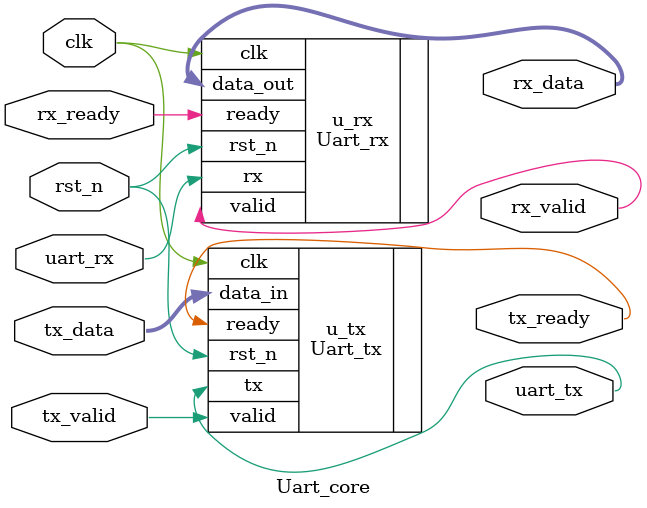
<source format=sv>
module Uart_core #(
    parameter DATA_WIDTH = 8,
    parameter BAUD_RATE = 115200,
    parameter CLOCK_FREQ = 50000000
)(
    input  logic                  clk,
    input  logic                  rst_n,
    // UART RX interface
    input  logic                  uart_rx,
    output logic [DATA_WIDTH-1:0] rx_data,
    output logic                  rx_valid,
    input  logic                  rx_ready,
    // UART TX interface
    output logic                  uart_tx,
    input  logic [DATA_WIDTH-1:0] tx_data,
    input  logic                  tx_valid,
    output logic                  tx_ready
);

    // RX instance
    Uart_rx #(
        .DATA_WIDTH(DATA_WIDTH),
        .BAUD_RATE(BAUD_RATE),
        .CLOCK_FREQ(CLOCK_FREQ)
    ) u_rx (
        .clk      (clk),
        .rst_n    (rst_n),
        .rx       (uart_rx),
        .data_out (rx_data),
        .valid    (rx_valid),
        .ready    (rx_ready)
    );

    // TX instance
    Uart_tx #(
        .DATA_WIDTH(DATA_WIDTH),
        .BAUD_RATE(BAUD_RATE),
        .CLOCK_FREQ(CLOCK_FREQ)
    ) u_tx (
        .clk      (clk),
        .rst_n    (rst_n),
        .tx       (uart_tx),
        .data_in  (tx_data),
        .valid    (tx_valid),
        .ready    (tx_ready)
    );

endmodule
</source>
